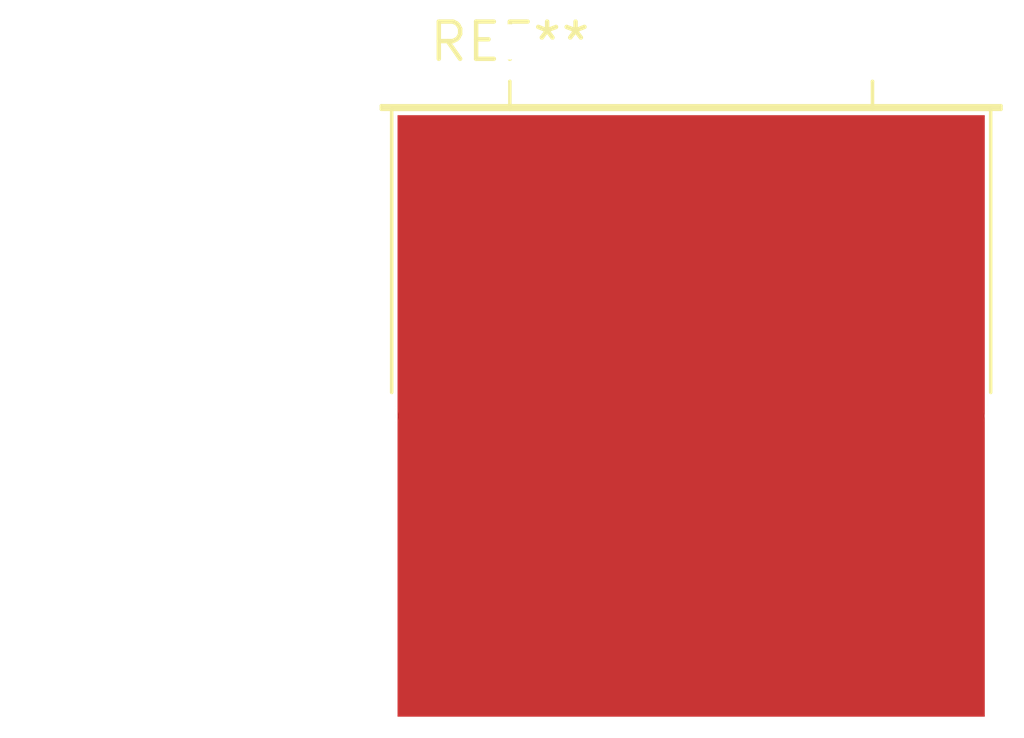
<source format=kicad_pcb>
(kicad_pcb (version 20240108) (generator pcbnew)
  (layers (0 "F.Cu" signal) (31 "B.Cu" signal) (34 "B.Paste" user) (35 "F.Paste" user) (36 "B.SilkS" user "B.Silkscreen") (37 "F.SilkS" user "F.Silkscreen") (38 "B.Mask" user) (39 "F.Mask" user) (44 "Edge.Cuts" user))
  (net 0 "")
  (footprint "Crystal_HC51_Horizontal_1EP_style2" (layer "F.Cu") (at 0 0)
    (property "Reference" "REF**")
    (property "Value" "Crystal_HC51_Horizontal_1EP_style2")
    (fp_line (start -4.375 2.18) (end 16.725 2.18) (layer "F.SilkS") (stroke (width 0.12)))
    (fp_line (start -4.375 2.3) (end -4.375 2.18) (layer "F.SilkS") (stroke (width 0.12)))
    (fp_line (start -4.025 2.3) (end 16.375 2.3) (layer "F.SilkS") (stroke (width 0.12)))
    (fp_line (start -4.025 11.95) (end -4.025 2.3) (layer "F.SilkS") (stroke (width 0.12)))
    (fp_line (start 0 1.35) (end 0 1.35) (layer "F.SilkS") (stroke (width 0.12)))
    (fp_line (start 0 2.3) (end 0 1.35) (layer "F.SilkS") (stroke (width 0.12)))
    (fp_line (start 12.35 1.35) (end 12.35 1.35) (layer "F.SilkS") (stroke (width 0.12)))
    (fp_line (start 12.35 2.3) (end 12.35 1.35) (layer "F.SilkS") (stroke (width 0.12)))
    (fp_line (start 16.375 2.3) (end 16.375 11.95) (layer "F.SilkS") (stroke (width 0.12)))
    (fp_line (start 16.725 2.18) (end 16.725 2.3) (layer "F.SilkS") (stroke (width 0.12)))
    (fp_line (start 16.725 2.3) (end -4.375 2.3) (layer "F.SilkS") (stroke (width 0.12)))
    (pad "1" thru_hole circle (at 0 0) (size 2.3 2.3) (drill 1.2) (layers *.Cu *.Mask) (remove_unused_layers))
    (pad "2" thru_hole circle (at 12.35 0) (size 2.3 2.3) (drill 1.2) (layers *.Cu *.Mask) (remove_unused_layers))
    (pad "3" thru_hole rect (at -4.225 12.75) (size 1.2 1.2) (drill 0.8) (layers *.Cu *.Mask) (remove_unused_layers))
    (pad "3" smd rect (at 6.175 12.75) (size 20 20.5) (layers "F.Cu" "F.Paste" "F.Mask"))
    (pad "3" thru_hole rect (at 16.575 12.75) (size 1.2 1.2) (drill 0.8) (layers *.Cu *.Mask) (remove_unused_layers))
  )
)
</source>
